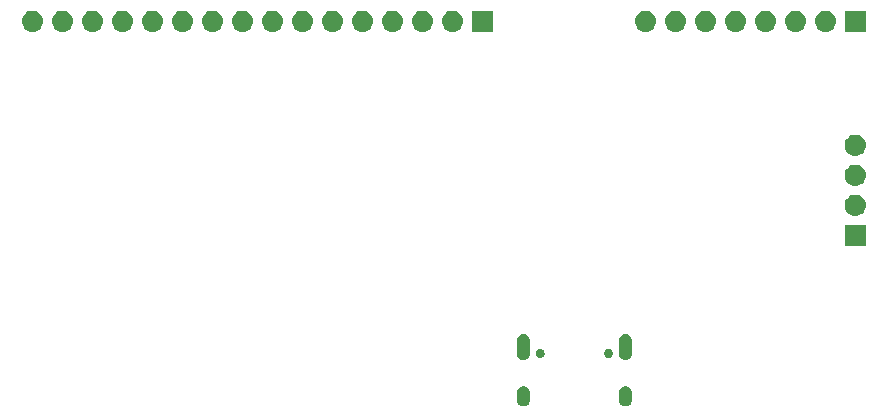
<source format=gbr>
G04 #@! TF.GenerationSoftware,KiCad,Pcbnew,(5.1.4)-1*
G04 #@! TF.CreationDate,2019-10-31T16:14:05-07:00*
G04 #@! TF.ProjectId,controller,636f6e74-726f-46c6-9c65-722e6b696361,rev?*
G04 #@! TF.SameCoordinates,Original*
G04 #@! TF.FileFunction,Soldermask,Bot*
G04 #@! TF.FilePolarity,Negative*
%FSLAX46Y46*%
G04 Gerber Fmt 4.6, Leading zero omitted, Abs format (unit mm)*
G04 Created by KiCad (PCBNEW (5.1.4)-1) date 2019-10-31 16:14:05*
%MOMM*%
%LPD*%
G04 APERTURE LIST*
%ADD10C,0.100000*%
G04 APERTURE END LIST*
D10*
G36*
X135396764Y-107904223D02*
G01*
X135500628Y-107935729D01*
X135544657Y-107959263D01*
X135596349Y-107986893D01*
X135596351Y-107986894D01*
X135596350Y-107986894D01*
X135680251Y-108055749D01*
X135749106Y-108139650D01*
X135800271Y-108235371D01*
X135831777Y-108339235D01*
X135839750Y-108420183D01*
X135839750Y-109074317D01*
X135831777Y-109155265D01*
X135800271Y-109259129D01*
X135800269Y-109259132D01*
X135749107Y-109354850D01*
X135680251Y-109438751D01*
X135596350Y-109507607D01*
X135527805Y-109544245D01*
X135500629Y-109558771D01*
X135396765Y-109590277D01*
X135288750Y-109600916D01*
X135180736Y-109590277D01*
X135076872Y-109558771D01*
X135049696Y-109544245D01*
X134981151Y-109507607D01*
X134897250Y-109438751D01*
X134828395Y-109354851D01*
X134777230Y-109259129D01*
X134745723Y-109155265D01*
X134737750Y-109074317D01*
X134737750Y-108420184D01*
X134745723Y-108339236D01*
X134777229Y-108235372D01*
X134828394Y-108139650D01*
X134897249Y-108055749D01*
X134981150Y-107986894D01*
X134981149Y-107986894D01*
X134981151Y-107986893D01*
X135032843Y-107959263D01*
X135076871Y-107935729D01*
X135180735Y-107904223D01*
X135288750Y-107893584D01*
X135396764Y-107904223D01*
X135396764Y-107904223D01*
G37*
G36*
X126756764Y-107904223D02*
G01*
X126860628Y-107935729D01*
X126904657Y-107959263D01*
X126956349Y-107986893D01*
X126956351Y-107986894D01*
X126956350Y-107986894D01*
X127040251Y-108055749D01*
X127109106Y-108139650D01*
X127160271Y-108235371D01*
X127191777Y-108339235D01*
X127199750Y-108420183D01*
X127199750Y-109074317D01*
X127191777Y-109155265D01*
X127160271Y-109259129D01*
X127160269Y-109259132D01*
X127109107Y-109354850D01*
X127040251Y-109438751D01*
X126956350Y-109507607D01*
X126887805Y-109544245D01*
X126860629Y-109558771D01*
X126756765Y-109590277D01*
X126648750Y-109600916D01*
X126540736Y-109590277D01*
X126436872Y-109558771D01*
X126409696Y-109544245D01*
X126341151Y-109507607D01*
X126257250Y-109438751D01*
X126188395Y-109354851D01*
X126137230Y-109259129D01*
X126105723Y-109155265D01*
X126097750Y-109074317D01*
X126097750Y-108420184D01*
X126105723Y-108339236D01*
X126137229Y-108235372D01*
X126188394Y-108139650D01*
X126257249Y-108055749D01*
X126341150Y-107986894D01*
X126341149Y-107986894D01*
X126341151Y-107986893D01*
X126392843Y-107959263D01*
X126436871Y-107935729D01*
X126540735Y-107904223D01*
X126648750Y-107893584D01*
X126756764Y-107904223D01*
X126756764Y-107904223D01*
G37*
G36*
X126756764Y-103474223D02*
G01*
X126860628Y-103505729D01*
X126904657Y-103529263D01*
X126956349Y-103556893D01*
X126956351Y-103556894D01*
X126956350Y-103556894D01*
X127040251Y-103625749D01*
X127109106Y-103709650D01*
X127160271Y-103805371D01*
X127191777Y-103909235D01*
X127199750Y-103990183D01*
X127199750Y-105144317D01*
X127191777Y-105225265D01*
X127160271Y-105329129D01*
X127156098Y-105336936D01*
X127109107Y-105424850D01*
X127040251Y-105508751D01*
X126956350Y-105577607D01*
X126887805Y-105614245D01*
X126860629Y-105628771D01*
X126756765Y-105660277D01*
X126648750Y-105670916D01*
X126540736Y-105660277D01*
X126436872Y-105628771D01*
X126409696Y-105614245D01*
X126341151Y-105577607D01*
X126257250Y-105508751D01*
X126188394Y-105424850D01*
X126141403Y-105336936D01*
X126137230Y-105329129D01*
X126105724Y-105225265D01*
X126097751Y-105144317D01*
X126097750Y-103990184D01*
X126105723Y-103909236D01*
X126137229Y-103805372D01*
X126188394Y-103709650D01*
X126257249Y-103625749D01*
X126341150Y-103556894D01*
X126341149Y-103556894D01*
X126341151Y-103556893D01*
X126392843Y-103529263D01*
X126436871Y-103505729D01*
X126540735Y-103474223D01*
X126648750Y-103463584D01*
X126756764Y-103474223D01*
X126756764Y-103474223D01*
G37*
G36*
X135396764Y-103474223D02*
G01*
X135500628Y-103505729D01*
X135544657Y-103529263D01*
X135596349Y-103556893D01*
X135596351Y-103556894D01*
X135596350Y-103556894D01*
X135680251Y-103625749D01*
X135749106Y-103709650D01*
X135800271Y-103805371D01*
X135831777Y-103909235D01*
X135839750Y-103990183D01*
X135839750Y-105144317D01*
X135831777Y-105225265D01*
X135800271Y-105329129D01*
X135796098Y-105336936D01*
X135749107Y-105424850D01*
X135680251Y-105508751D01*
X135596350Y-105577607D01*
X135527805Y-105614245D01*
X135500629Y-105628771D01*
X135396765Y-105660277D01*
X135288750Y-105670916D01*
X135180736Y-105660277D01*
X135076872Y-105628771D01*
X135049696Y-105614245D01*
X134981151Y-105577607D01*
X134897250Y-105508751D01*
X134828394Y-105424850D01*
X134781403Y-105336936D01*
X134777230Y-105329129D01*
X134745724Y-105225265D01*
X134737751Y-105144317D01*
X134737750Y-103990184D01*
X134745723Y-103909236D01*
X134777229Y-103805372D01*
X134828394Y-103709650D01*
X134897249Y-103625749D01*
X134981150Y-103556894D01*
X134981149Y-103556894D01*
X134981151Y-103556893D01*
X135032843Y-103529263D01*
X135076871Y-103505729D01*
X135180735Y-103474223D01*
X135288750Y-103463584D01*
X135396764Y-103474223D01*
X135396764Y-103474223D01*
G37*
G36*
X133968422Y-104735699D02*
G01*
X133968424Y-104735700D01*
X133968425Y-104735700D01*
X134036853Y-104764043D01*
X134098436Y-104805192D01*
X134150808Y-104857564D01*
X134191957Y-104919147D01*
X134220300Y-104987575D01*
X134234750Y-105060217D01*
X134234750Y-105134283D01*
X134220300Y-105206925D01*
X134191957Y-105275353D01*
X134150808Y-105336936D01*
X134098436Y-105389308D01*
X134036853Y-105430457D01*
X133968425Y-105458800D01*
X133968424Y-105458800D01*
X133968422Y-105458801D01*
X133895784Y-105473250D01*
X133821716Y-105473250D01*
X133749078Y-105458801D01*
X133749076Y-105458800D01*
X133749075Y-105458800D01*
X133680647Y-105430457D01*
X133619064Y-105389308D01*
X133566692Y-105336936D01*
X133525543Y-105275353D01*
X133497200Y-105206925D01*
X133482750Y-105134283D01*
X133482750Y-105060217D01*
X133497200Y-104987575D01*
X133525543Y-104919147D01*
X133566692Y-104857564D01*
X133619064Y-104805192D01*
X133680647Y-104764043D01*
X133749075Y-104735700D01*
X133749076Y-104735700D01*
X133749078Y-104735699D01*
X133821716Y-104721250D01*
X133895784Y-104721250D01*
X133968422Y-104735699D01*
X133968422Y-104735699D01*
G37*
G36*
X128188422Y-104735699D02*
G01*
X128188424Y-104735700D01*
X128188425Y-104735700D01*
X128256853Y-104764043D01*
X128318436Y-104805192D01*
X128370808Y-104857564D01*
X128411957Y-104919147D01*
X128440300Y-104987575D01*
X128454750Y-105060217D01*
X128454750Y-105134283D01*
X128440300Y-105206925D01*
X128411957Y-105275353D01*
X128370808Y-105336936D01*
X128318436Y-105389308D01*
X128256853Y-105430457D01*
X128188425Y-105458800D01*
X128188424Y-105458800D01*
X128188422Y-105458801D01*
X128115784Y-105473250D01*
X128041716Y-105473250D01*
X127969078Y-105458801D01*
X127969076Y-105458800D01*
X127969075Y-105458800D01*
X127900647Y-105430457D01*
X127839064Y-105389308D01*
X127786692Y-105336936D01*
X127745543Y-105275353D01*
X127717200Y-105206925D01*
X127702750Y-105134283D01*
X127702750Y-105060217D01*
X127717200Y-104987575D01*
X127745543Y-104919147D01*
X127786692Y-104857564D01*
X127839064Y-104805192D01*
X127900647Y-104764043D01*
X127969075Y-104735700D01*
X127969076Y-104735700D01*
X127969078Y-104735699D01*
X128041716Y-104721250D01*
X128115784Y-104721250D01*
X128188422Y-104735699D01*
X128188422Y-104735699D01*
G37*
G36*
X155665202Y-96001375D02*
G01*
X153863202Y-96001375D01*
X153863202Y-94199375D01*
X155665202Y-94199375D01*
X155665202Y-96001375D01*
X155665202Y-96001375D01*
G37*
G36*
X154874645Y-91665894D02*
G01*
X154940829Y-91672412D01*
X155110668Y-91723932D01*
X155267193Y-91807597D01*
X155302931Y-91836927D01*
X155404388Y-91920189D01*
X155487650Y-92021646D01*
X155516980Y-92057384D01*
X155600645Y-92213909D01*
X155652165Y-92383748D01*
X155669561Y-92560375D01*
X155652165Y-92737002D01*
X155600645Y-92906841D01*
X155516980Y-93063366D01*
X155487650Y-93099104D01*
X155404388Y-93200561D01*
X155302931Y-93283823D01*
X155267193Y-93313153D01*
X155110668Y-93396818D01*
X154940829Y-93448338D01*
X154874644Y-93454857D01*
X154808462Y-93461375D01*
X154719942Y-93461375D01*
X154653760Y-93454857D01*
X154587575Y-93448338D01*
X154417736Y-93396818D01*
X154261211Y-93313153D01*
X154225473Y-93283823D01*
X154124016Y-93200561D01*
X154040754Y-93099104D01*
X154011424Y-93063366D01*
X153927759Y-92906841D01*
X153876239Y-92737002D01*
X153858843Y-92560375D01*
X153876239Y-92383748D01*
X153927759Y-92213909D01*
X154011424Y-92057384D01*
X154040754Y-92021646D01*
X154124016Y-91920189D01*
X154225473Y-91836927D01*
X154261211Y-91807597D01*
X154417736Y-91723932D01*
X154587575Y-91672412D01*
X154653760Y-91665893D01*
X154719942Y-91659375D01*
X154808462Y-91659375D01*
X154874645Y-91665894D01*
X154874645Y-91665894D01*
G37*
G36*
X154874645Y-89125894D02*
G01*
X154940829Y-89132412D01*
X155110668Y-89183932D01*
X155267193Y-89267597D01*
X155302931Y-89296927D01*
X155404388Y-89380189D01*
X155487650Y-89481646D01*
X155516980Y-89517384D01*
X155600645Y-89673909D01*
X155652165Y-89843748D01*
X155669561Y-90020375D01*
X155652165Y-90197002D01*
X155600645Y-90366841D01*
X155516980Y-90523366D01*
X155487650Y-90559104D01*
X155404388Y-90660561D01*
X155302931Y-90743823D01*
X155267193Y-90773153D01*
X155110668Y-90856818D01*
X154940829Y-90908338D01*
X154874645Y-90914856D01*
X154808462Y-90921375D01*
X154719942Y-90921375D01*
X154653759Y-90914856D01*
X154587575Y-90908338D01*
X154417736Y-90856818D01*
X154261211Y-90773153D01*
X154225473Y-90743823D01*
X154124016Y-90660561D01*
X154040754Y-90559104D01*
X154011424Y-90523366D01*
X153927759Y-90366841D01*
X153876239Y-90197002D01*
X153858843Y-90020375D01*
X153876239Y-89843748D01*
X153927759Y-89673909D01*
X154011424Y-89517384D01*
X154040754Y-89481646D01*
X154124016Y-89380189D01*
X154225473Y-89296927D01*
X154261211Y-89267597D01*
X154417736Y-89183932D01*
X154587575Y-89132412D01*
X154653759Y-89125894D01*
X154719942Y-89119375D01*
X154808462Y-89119375D01*
X154874645Y-89125894D01*
X154874645Y-89125894D01*
G37*
G36*
X154874644Y-86585893D02*
G01*
X154940829Y-86592412D01*
X155110668Y-86643932D01*
X155267193Y-86727597D01*
X155302931Y-86756927D01*
X155404388Y-86840189D01*
X155487650Y-86941646D01*
X155516980Y-86977384D01*
X155600645Y-87133909D01*
X155652165Y-87303748D01*
X155669561Y-87480375D01*
X155652165Y-87657002D01*
X155600645Y-87826841D01*
X155516980Y-87983366D01*
X155487650Y-88019104D01*
X155404388Y-88120561D01*
X155302931Y-88203823D01*
X155267193Y-88233153D01*
X155110668Y-88316818D01*
X154940829Y-88368338D01*
X154874644Y-88374857D01*
X154808462Y-88381375D01*
X154719942Y-88381375D01*
X154653760Y-88374857D01*
X154587575Y-88368338D01*
X154417736Y-88316818D01*
X154261211Y-88233153D01*
X154225473Y-88203823D01*
X154124016Y-88120561D01*
X154040754Y-88019104D01*
X154011424Y-87983366D01*
X153927759Y-87826841D01*
X153876239Y-87657002D01*
X153858843Y-87480375D01*
X153876239Y-87303748D01*
X153927759Y-87133909D01*
X154011424Y-86977384D01*
X154040754Y-86941646D01*
X154124016Y-86840189D01*
X154225473Y-86756927D01*
X154261211Y-86727597D01*
X154417736Y-86643932D01*
X154587575Y-86592412D01*
X154653760Y-86585893D01*
X154719942Y-86579375D01*
X154808462Y-86579375D01*
X154874644Y-86585893D01*
X154874644Y-86585893D01*
G37*
G36*
X87740442Y-76099268D02*
G01*
X87806627Y-76105787D01*
X87976466Y-76157307D01*
X88132991Y-76240972D01*
X88168729Y-76270302D01*
X88270186Y-76353564D01*
X88353448Y-76455021D01*
X88382778Y-76490759D01*
X88466443Y-76647284D01*
X88517963Y-76817123D01*
X88535359Y-76993750D01*
X88517963Y-77170377D01*
X88466443Y-77340216D01*
X88382778Y-77496741D01*
X88353448Y-77532479D01*
X88270186Y-77633936D01*
X88168729Y-77717198D01*
X88132991Y-77746528D01*
X87976466Y-77830193D01*
X87806627Y-77881713D01*
X87740443Y-77888231D01*
X87674260Y-77894750D01*
X87585740Y-77894750D01*
X87519557Y-77888231D01*
X87453373Y-77881713D01*
X87283534Y-77830193D01*
X87127009Y-77746528D01*
X87091271Y-77717198D01*
X86989814Y-77633936D01*
X86906552Y-77532479D01*
X86877222Y-77496741D01*
X86793557Y-77340216D01*
X86742037Y-77170377D01*
X86724641Y-76993750D01*
X86742037Y-76817123D01*
X86793557Y-76647284D01*
X86877222Y-76490759D01*
X86906552Y-76455021D01*
X86989814Y-76353564D01*
X87091271Y-76270302D01*
X87127009Y-76240972D01*
X87283534Y-76157307D01*
X87453373Y-76105787D01*
X87519558Y-76099268D01*
X87585740Y-76092750D01*
X87674260Y-76092750D01*
X87740442Y-76099268D01*
X87740442Y-76099268D01*
G37*
G36*
X85200442Y-76099268D02*
G01*
X85266627Y-76105787D01*
X85436466Y-76157307D01*
X85592991Y-76240972D01*
X85628729Y-76270302D01*
X85730186Y-76353564D01*
X85813448Y-76455021D01*
X85842778Y-76490759D01*
X85926443Y-76647284D01*
X85977963Y-76817123D01*
X85995359Y-76993750D01*
X85977963Y-77170377D01*
X85926443Y-77340216D01*
X85842778Y-77496741D01*
X85813448Y-77532479D01*
X85730186Y-77633936D01*
X85628729Y-77717198D01*
X85592991Y-77746528D01*
X85436466Y-77830193D01*
X85266627Y-77881713D01*
X85200443Y-77888231D01*
X85134260Y-77894750D01*
X85045740Y-77894750D01*
X84979557Y-77888231D01*
X84913373Y-77881713D01*
X84743534Y-77830193D01*
X84587009Y-77746528D01*
X84551271Y-77717198D01*
X84449814Y-77633936D01*
X84366552Y-77532479D01*
X84337222Y-77496741D01*
X84253557Y-77340216D01*
X84202037Y-77170377D01*
X84184641Y-76993750D01*
X84202037Y-76817123D01*
X84253557Y-76647284D01*
X84337222Y-76490759D01*
X84366552Y-76455021D01*
X84449814Y-76353564D01*
X84551271Y-76270302D01*
X84587009Y-76240972D01*
X84743534Y-76157307D01*
X84913373Y-76105787D01*
X84979558Y-76099268D01*
X85045740Y-76092750D01*
X85134260Y-76092750D01*
X85200442Y-76099268D01*
X85200442Y-76099268D01*
G37*
G36*
X124091000Y-77894750D02*
G01*
X122289000Y-77894750D01*
X122289000Y-76092750D01*
X124091000Y-76092750D01*
X124091000Y-77894750D01*
X124091000Y-77894750D01*
G37*
G36*
X137111692Y-76099268D02*
G01*
X137177877Y-76105787D01*
X137347716Y-76157307D01*
X137504241Y-76240972D01*
X137539979Y-76270302D01*
X137641436Y-76353564D01*
X137724698Y-76455021D01*
X137754028Y-76490759D01*
X137837693Y-76647284D01*
X137889213Y-76817123D01*
X137906609Y-76993750D01*
X137889213Y-77170377D01*
X137837693Y-77340216D01*
X137754028Y-77496741D01*
X137724698Y-77532479D01*
X137641436Y-77633936D01*
X137539979Y-77717198D01*
X137504241Y-77746528D01*
X137347716Y-77830193D01*
X137177877Y-77881713D01*
X137111693Y-77888231D01*
X137045510Y-77894750D01*
X136956990Y-77894750D01*
X136890807Y-77888231D01*
X136824623Y-77881713D01*
X136654784Y-77830193D01*
X136498259Y-77746528D01*
X136462521Y-77717198D01*
X136361064Y-77633936D01*
X136277802Y-77532479D01*
X136248472Y-77496741D01*
X136164807Y-77340216D01*
X136113287Y-77170377D01*
X136095891Y-76993750D01*
X136113287Y-76817123D01*
X136164807Y-76647284D01*
X136248472Y-76490759D01*
X136277802Y-76455021D01*
X136361064Y-76353564D01*
X136462521Y-76270302D01*
X136498259Y-76240972D01*
X136654784Y-76157307D01*
X136824623Y-76105787D01*
X136890808Y-76099268D01*
X136956990Y-76092750D01*
X137045510Y-76092750D01*
X137111692Y-76099268D01*
X137111692Y-76099268D01*
G37*
G36*
X139651692Y-76099268D02*
G01*
X139717877Y-76105787D01*
X139887716Y-76157307D01*
X140044241Y-76240972D01*
X140079979Y-76270302D01*
X140181436Y-76353564D01*
X140264698Y-76455021D01*
X140294028Y-76490759D01*
X140377693Y-76647284D01*
X140429213Y-76817123D01*
X140446609Y-76993750D01*
X140429213Y-77170377D01*
X140377693Y-77340216D01*
X140294028Y-77496741D01*
X140264698Y-77532479D01*
X140181436Y-77633936D01*
X140079979Y-77717198D01*
X140044241Y-77746528D01*
X139887716Y-77830193D01*
X139717877Y-77881713D01*
X139651693Y-77888231D01*
X139585510Y-77894750D01*
X139496990Y-77894750D01*
X139430807Y-77888231D01*
X139364623Y-77881713D01*
X139194784Y-77830193D01*
X139038259Y-77746528D01*
X139002521Y-77717198D01*
X138901064Y-77633936D01*
X138817802Y-77532479D01*
X138788472Y-77496741D01*
X138704807Y-77340216D01*
X138653287Y-77170377D01*
X138635891Y-76993750D01*
X138653287Y-76817123D01*
X138704807Y-76647284D01*
X138788472Y-76490759D01*
X138817802Y-76455021D01*
X138901064Y-76353564D01*
X139002521Y-76270302D01*
X139038259Y-76240972D01*
X139194784Y-76157307D01*
X139364623Y-76105787D01*
X139430808Y-76099268D01*
X139496990Y-76092750D01*
X139585510Y-76092750D01*
X139651692Y-76099268D01*
X139651692Y-76099268D01*
G37*
G36*
X142191692Y-76099268D02*
G01*
X142257877Y-76105787D01*
X142427716Y-76157307D01*
X142584241Y-76240972D01*
X142619979Y-76270302D01*
X142721436Y-76353564D01*
X142804698Y-76455021D01*
X142834028Y-76490759D01*
X142917693Y-76647284D01*
X142969213Y-76817123D01*
X142986609Y-76993750D01*
X142969213Y-77170377D01*
X142917693Y-77340216D01*
X142834028Y-77496741D01*
X142804698Y-77532479D01*
X142721436Y-77633936D01*
X142619979Y-77717198D01*
X142584241Y-77746528D01*
X142427716Y-77830193D01*
X142257877Y-77881713D01*
X142191693Y-77888231D01*
X142125510Y-77894750D01*
X142036990Y-77894750D01*
X141970807Y-77888231D01*
X141904623Y-77881713D01*
X141734784Y-77830193D01*
X141578259Y-77746528D01*
X141542521Y-77717198D01*
X141441064Y-77633936D01*
X141357802Y-77532479D01*
X141328472Y-77496741D01*
X141244807Y-77340216D01*
X141193287Y-77170377D01*
X141175891Y-76993750D01*
X141193287Y-76817123D01*
X141244807Y-76647284D01*
X141328472Y-76490759D01*
X141357802Y-76455021D01*
X141441064Y-76353564D01*
X141542521Y-76270302D01*
X141578259Y-76240972D01*
X141734784Y-76157307D01*
X141904623Y-76105787D01*
X141970808Y-76099268D01*
X142036990Y-76092750D01*
X142125510Y-76092750D01*
X142191692Y-76099268D01*
X142191692Y-76099268D01*
G37*
G36*
X144731692Y-76099268D02*
G01*
X144797877Y-76105787D01*
X144967716Y-76157307D01*
X145124241Y-76240972D01*
X145159979Y-76270302D01*
X145261436Y-76353564D01*
X145344698Y-76455021D01*
X145374028Y-76490759D01*
X145457693Y-76647284D01*
X145509213Y-76817123D01*
X145526609Y-76993750D01*
X145509213Y-77170377D01*
X145457693Y-77340216D01*
X145374028Y-77496741D01*
X145344698Y-77532479D01*
X145261436Y-77633936D01*
X145159979Y-77717198D01*
X145124241Y-77746528D01*
X144967716Y-77830193D01*
X144797877Y-77881713D01*
X144731693Y-77888231D01*
X144665510Y-77894750D01*
X144576990Y-77894750D01*
X144510807Y-77888231D01*
X144444623Y-77881713D01*
X144274784Y-77830193D01*
X144118259Y-77746528D01*
X144082521Y-77717198D01*
X143981064Y-77633936D01*
X143897802Y-77532479D01*
X143868472Y-77496741D01*
X143784807Y-77340216D01*
X143733287Y-77170377D01*
X143715891Y-76993750D01*
X143733287Y-76817123D01*
X143784807Y-76647284D01*
X143868472Y-76490759D01*
X143897802Y-76455021D01*
X143981064Y-76353564D01*
X144082521Y-76270302D01*
X144118259Y-76240972D01*
X144274784Y-76157307D01*
X144444623Y-76105787D01*
X144510808Y-76099268D01*
X144576990Y-76092750D01*
X144665510Y-76092750D01*
X144731692Y-76099268D01*
X144731692Y-76099268D01*
G37*
G36*
X147271692Y-76099268D02*
G01*
X147337877Y-76105787D01*
X147507716Y-76157307D01*
X147664241Y-76240972D01*
X147699979Y-76270302D01*
X147801436Y-76353564D01*
X147884698Y-76455021D01*
X147914028Y-76490759D01*
X147997693Y-76647284D01*
X148049213Y-76817123D01*
X148066609Y-76993750D01*
X148049213Y-77170377D01*
X147997693Y-77340216D01*
X147914028Y-77496741D01*
X147884698Y-77532479D01*
X147801436Y-77633936D01*
X147699979Y-77717198D01*
X147664241Y-77746528D01*
X147507716Y-77830193D01*
X147337877Y-77881713D01*
X147271693Y-77888231D01*
X147205510Y-77894750D01*
X147116990Y-77894750D01*
X147050807Y-77888231D01*
X146984623Y-77881713D01*
X146814784Y-77830193D01*
X146658259Y-77746528D01*
X146622521Y-77717198D01*
X146521064Y-77633936D01*
X146437802Y-77532479D01*
X146408472Y-77496741D01*
X146324807Y-77340216D01*
X146273287Y-77170377D01*
X146255891Y-76993750D01*
X146273287Y-76817123D01*
X146324807Y-76647284D01*
X146408472Y-76490759D01*
X146437802Y-76455021D01*
X146521064Y-76353564D01*
X146622521Y-76270302D01*
X146658259Y-76240972D01*
X146814784Y-76157307D01*
X146984623Y-76105787D01*
X147050808Y-76099268D01*
X147116990Y-76092750D01*
X147205510Y-76092750D01*
X147271692Y-76099268D01*
X147271692Y-76099268D01*
G37*
G36*
X149811692Y-76099268D02*
G01*
X149877877Y-76105787D01*
X150047716Y-76157307D01*
X150204241Y-76240972D01*
X150239979Y-76270302D01*
X150341436Y-76353564D01*
X150424698Y-76455021D01*
X150454028Y-76490759D01*
X150537693Y-76647284D01*
X150589213Y-76817123D01*
X150606609Y-76993750D01*
X150589213Y-77170377D01*
X150537693Y-77340216D01*
X150454028Y-77496741D01*
X150424698Y-77532479D01*
X150341436Y-77633936D01*
X150239979Y-77717198D01*
X150204241Y-77746528D01*
X150047716Y-77830193D01*
X149877877Y-77881713D01*
X149811693Y-77888231D01*
X149745510Y-77894750D01*
X149656990Y-77894750D01*
X149590807Y-77888231D01*
X149524623Y-77881713D01*
X149354784Y-77830193D01*
X149198259Y-77746528D01*
X149162521Y-77717198D01*
X149061064Y-77633936D01*
X148977802Y-77532479D01*
X148948472Y-77496741D01*
X148864807Y-77340216D01*
X148813287Y-77170377D01*
X148795891Y-76993750D01*
X148813287Y-76817123D01*
X148864807Y-76647284D01*
X148948472Y-76490759D01*
X148977802Y-76455021D01*
X149061064Y-76353564D01*
X149162521Y-76270302D01*
X149198259Y-76240972D01*
X149354784Y-76157307D01*
X149524623Y-76105787D01*
X149590808Y-76099268D01*
X149656990Y-76092750D01*
X149745510Y-76092750D01*
X149811692Y-76099268D01*
X149811692Y-76099268D01*
G37*
G36*
X152351692Y-76099268D02*
G01*
X152417877Y-76105787D01*
X152587716Y-76157307D01*
X152744241Y-76240972D01*
X152779979Y-76270302D01*
X152881436Y-76353564D01*
X152964698Y-76455021D01*
X152994028Y-76490759D01*
X153077693Y-76647284D01*
X153129213Y-76817123D01*
X153146609Y-76993750D01*
X153129213Y-77170377D01*
X153077693Y-77340216D01*
X152994028Y-77496741D01*
X152964698Y-77532479D01*
X152881436Y-77633936D01*
X152779979Y-77717198D01*
X152744241Y-77746528D01*
X152587716Y-77830193D01*
X152417877Y-77881713D01*
X152351693Y-77888231D01*
X152285510Y-77894750D01*
X152196990Y-77894750D01*
X152130807Y-77888231D01*
X152064623Y-77881713D01*
X151894784Y-77830193D01*
X151738259Y-77746528D01*
X151702521Y-77717198D01*
X151601064Y-77633936D01*
X151517802Y-77532479D01*
X151488472Y-77496741D01*
X151404807Y-77340216D01*
X151353287Y-77170377D01*
X151335891Y-76993750D01*
X151353287Y-76817123D01*
X151404807Y-76647284D01*
X151488472Y-76490759D01*
X151517802Y-76455021D01*
X151601064Y-76353564D01*
X151702521Y-76270302D01*
X151738259Y-76240972D01*
X151894784Y-76157307D01*
X152064623Y-76105787D01*
X152130808Y-76099268D01*
X152196990Y-76092750D01*
X152285510Y-76092750D01*
X152351692Y-76099268D01*
X152351692Y-76099268D01*
G37*
G36*
X155682250Y-77894750D02*
G01*
X153880250Y-77894750D01*
X153880250Y-76092750D01*
X155682250Y-76092750D01*
X155682250Y-77894750D01*
X155682250Y-77894750D01*
G37*
G36*
X90280442Y-76099268D02*
G01*
X90346627Y-76105787D01*
X90516466Y-76157307D01*
X90672991Y-76240972D01*
X90708729Y-76270302D01*
X90810186Y-76353564D01*
X90893448Y-76455021D01*
X90922778Y-76490759D01*
X91006443Y-76647284D01*
X91057963Y-76817123D01*
X91075359Y-76993750D01*
X91057963Y-77170377D01*
X91006443Y-77340216D01*
X90922778Y-77496741D01*
X90893448Y-77532479D01*
X90810186Y-77633936D01*
X90708729Y-77717198D01*
X90672991Y-77746528D01*
X90516466Y-77830193D01*
X90346627Y-77881713D01*
X90280443Y-77888231D01*
X90214260Y-77894750D01*
X90125740Y-77894750D01*
X90059557Y-77888231D01*
X89993373Y-77881713D01*
X89823534Y-77830193D01*
X89667009Y-77746528D01*
X89631271Y-77717198D01*
X89529814Y-77633936D01*
X89446552Y-77532479D01*
X89417222Y-77496741D01*
X89333557Y-77340216D01*
X89282037Y-77170377D01*
X89264641Y-76993750D01*
X89282037Y-76817123D01*
X89333557Y-76647284D01*
X89417222Y-76490759D01*
X89446552Y-76455021D01*
X89529814Y-76353564D01*
X89631271Y-76270302D01*
X89667009Y-76240972D01*
X89823534Y-76157307D01*
X89993373Y-76105787D01*
X90059558Y-76099268D01*
X90125740Y-76092750D01*
X90214260Y-76092750D01*
X90280442Y-76099268D01*
X90280442Y-76099268D01*
G37*
G36*
X118220442Y-76099268D02*
G01*
X118286627Y-76105787D01*
X118456466Y-76157307D01*
X118612991Y-76240972D01*
X118648729Y-76270302D01*
X118750186Y-76353564D01*
X118833448Y-76455021D01*
X118862778Y-76490759D01*
X118946443Y-76647284D01*
X118997963Y-76817123D01*
X119015359Y-76993750D01*
X118997963Y-77170377D01*
X118946443Y-77340216D01*
X118862778Y-77496741D01*
X118833448Y-77532479D01*
X118750186Y-77633936D01*
X118648729Y-77717198D01*
X118612991Y-77746528D01*
X118456466Y-77830193D01*
X118286627Y-77881713D01*
X118220443Y-77888231D01*
X118154260Y-77894750D01*
X118065740Y-77894750D01*
X117999557Y-77888231D01*
X117933373Y-77881713D01*
X117763534Y-77830193D01*
X117607009Y-77746528D01*
X117571271Y-77717198D01*
X117469814Y-77633936D01*
X117386552Y-77532479D01*
X117357222Y-77496741D01*
X117273557Y-77340216D01*
X117222037Y-77170377D01*
X117204641Y-76993750D01*
X117222037Y-76817123D01*
X117273557Y-76647284D01*
X117357222Y-76490759D01*
X117386552Y-76455021D01*
X117469814Y-76353564D01*
X117571271Y-76270302D01*
X117607009Y-76240972D01*
X117763534Y-76157307D01*
X117933373Y-76105787D01*
X117999558Y-76099268D01*
X118065740Y-76092750D01*
X118154260Y-76092750D01*
X118220442Y-76099268D01*
X118220442Y-76099268D01*
G37*
G36*
X115680442Y-76099268D02*
G01*
X115746627Y-76105787D01*
X115916466Y-76157307D01*
X116072991Y-76240972D01*
X116108729Y-76270302D01*
X116210186Y-76353564D01*
X116293448Y-76455021D01*
X116322778Y-76490759D01*
X116406443Y-76647284D01*
X116457963Y-76817123D01*
X116475359Y-76993750D01*
X116457963Y-77170377D01*
X116406443Y-77340216D01*
X116322778Y-77496741D01*
X116293448Y-77532479D01*
X116210186Y-77633936D01*
X116108729Y-77717198D01*
X116072991Y-77746528D01*
X115916466Y-77830193D01*
X115746627Y-77881713D01*
X115680443Y-77888231D01*
X115614260Y-77894750D01*
X115525740Y-77894750D01*
X115459557Y-77888231D01*
X115393373Y-77881713D01*
X115223534Y-77830193D01*
X115067009Y-77746528D01*
X115031271Y-77717198D01*
X114929814Y-77633936D01*
X114846552Y-77532479D01*
X114817222Y-77496741D01*
X114733557Y-77340216D01*
X114682037Y-77170377D01*
X114664641Y-76993750D01*
X114682037Y-76817123D01*
X114733557Y-76647284D01*
X114817222Y-76490759D01*
X114846552Y-76455021D01*
X114929814Y-76353564D01*
X115031271Y-76270302D01*
X115067009Y-76240972D01*
X115223534Y-76157307D01*
X115393373Y-76105787D01*
X115459558Y-76099268D01*
X115525740Y-76092750D01*
X115614260Y-76092750D01*
X115680442Y-76099268D01*
X115680442Y-76099268D01*
G37*
G36*
X113140442Y-76099268D02*
G01*
X113206627Y-76105787D01*
X113376466Y-76157307D01*
X113532991Y-76240972D01*
X113568729Y-76270302D01*
X113670186Y-76353564D01*
X113753448Y-76455021D01*
X113782778Y-76490759D01*
X113866443Y-76647284D01*
X113917963Y-76817123D01*
X113935359Y-76993750D01*
X113917963Y-77170377D01*
X113866443Y-77340216D01*
X113782778Y-77496741D01*
X113753448Y-77532479D01*
X113670186Y-77633936D01*
X113568729Y-77717198D01*
X113532991Y-77746528D01*
X113376466Y-77830193D01*
X113206627Y-77881713D01*
X113140443Y-77888231D01*
X113074260Y-77894750D01*
X112985740Y-77894750D01*
X112919557Y-77888231D01*
X112853373Y-77881713D01*
X112683534Y-77830193D01*
X112527009Y-77746528D01*
X112491271Y-77717198D01*
X112389814Y-77633936D01*
X112306552Y-77532479D01*
X112277222Y-77496741D01*
X112193557Y-77340216D01*
X112142037Y-77170377D01*
X112124641Y-76993750D01*
X112142037Y-76817123D01*
X112193557Y-76647284D01*
X112277222Y-76490759D01*
X112306552Y-76455021D01*
X112389814Y-76353564D01*
X112491271Y-76270302D01*
X112527009Y-76240972D01*
X112683534Y-76157307D01*
X112853373Y-76105787D01*
X112919558Y-76099268D01*
X112985740Y-76092750D01*
X113074260Y-76092750D01*
X113140442Y-76099268D01*
X113140442Y-76099268D01*
G37*
G36*
X110600442Y-76099268D02*
G01*
X110666627Y-76105787D01*
X110836466Y-76157307D01*
X110992991Y-76240972D01*
X111028729Y-76270302D01*
X111130186Y-76353564D01*
X111213448Y-76455021D01*
X111242778Y-76490759D01*
X111326443Y-76647284D01*
X111377963Y-76817123D01*
X111395359Y-76993750D01*
X111377963Y-77170377D01*
X111326443Y-77340216D01*
X111242778Y-77496741D01*
X111213448Y-77532479D01*
X111130186Y-77633936D01*
X111028729Y-77717198D01*
X110992991Y-77746528D01*
X110836466Y-77830193D01*
X110666627Y-77881713D01*
X110600443Y-77888231D01*
X110534260Y-77894750D01*
X110445740Y-77894750D01*
X110379557Y-77888231D01*
X110313373Y-77881713D01*
X110143534Y-77830193D01*
X109987009Y-77746528D01*
X109951271Y-77717198D01*
X109849814Y-77633936D01*
X109766552Y-77532479D01*
X109737222Y-77496741D01*
X109653557Y-77340216D01*
X109602037Y-77170377D01*
X109584641Y-76993750D01*
X109602037Y-76817123D01*
X109653557Y-76647284D01*
X109737222Y-76490759D01*
X109766552Y-76455021D01*
X109849814Y-76353564D01*
X109951271Y-76270302D01*
X109987009Y-76240972D01*
X110143534Y-76157307D01*
X110313373Y-76105787D01*
X110379558Y-76099268D01*
X110445740Y-76092750D01*
X110534260Y-76092750D01*
X110600442Y-76099268D01*
X110600442Y-76099268D01*
G37*
G36*
X108060442Y-76099268D02*
G01*
X108126627Y-76105787D01*
X108296466Y-76157307D01*
X108452991Y-76240972D01*
X108488729Y-76270302D01*
X108590186Y-76353564D01*
X108673448Y-76455021D01*
X108702778Y-76490759D01*
X108786443Y-76647284D01*
X108837963Y-76817123D01*
X108855359Y-76993750D01*
X108837963Y-77170377D01*
X108786443Y-77340216D01*
X108702778Y-77496741D01*
X108673448Y-77532479D01*
X108590186Y-77633936D01*
X108488729Y-77717198D01*
X108452991Y-77746528D01*
X108296466Y-77830193D01*
X108126627Y-77881713D01*
X108060443Y-77888231D01*
X107994260Y-77894750D01*
X107905740Y-77894750D01*
X107839557Y-77888231D01*
X107773373Y-77881713D01*
X107603534Y-77830193D01*
X107447009Y-77746528D01*
X107411271Y-77717198D01*
X107309814Y-77633936D01*
X107226552Y-77532479D01*
X107197222Y-77496741D01*
X107113557Y-77340216D01*
X107062037Y-77170377D01*
X107044641Y-76993750D01*
X107062037Y-76817123D01*
X107113557Y-76647284D01*
X107197222Y-76490759D01*
X107226552Y-76455021D01*
X107309814Y-76353564D01*
X107411271Y-76270302D01*
X107447009Y-76240972D01*
X107603534Y-76157307D01*
X107773373Y-76105787D01*
X107839558Y-76099268D01*
X107905740Y-76092750D01*
X107994260Y-76092750D01*
X108060442Y-76099268D01*
X108060442Y-76099268D01*
G37*
G36*
X105520442Y-76099268D02*
G01*
X105586627Y-76105787D01*
X105756466Y-76157307D01*
X105912991Y-76240972D01*
X105948729Y-76270302D01*
X106050186Y-76353564D01*
X106133448Y-76455021D01*
X106162778Y-76490759D01*
X106246443Y-76647284D01*
X106297963Y-76817123D01*
X106315359Y-76993750D01*
X106297963Y-77170377D01*
X106246443Y-77340216D01*
X106162778Y-77496741D01*
X106133448Y-77532479D01*
X106050186Y-77633936D01*
X105948729Y-77717198D01*
X105912991Y-77746528D01*
X105756466Y-77830193D01*
X105586627Y-77881713D01*
X105520443Y-77888231D01*
X105454260Y-77894750D01*
X105365740Y-77894750D01*
X105299557Y-77888231D01*
X105233373Y-77881713D01*
X105063534Y-77830193D01*
X104907009Y-77746528D01*
X104871271Y-77717198D01*
X104769814Y-77633936D01*
X104686552Y-77532479D01*
X104657222Y-77496741D01*
X104573557Y-77340216D01*
X104522037Y-77170377D01*
X104504641Y-76993750D01*
X104522037Y-76817123D01*
X104573557Y-76647284D01*
X104657222Y-76490759D01*
X104686552Y-76455021D01*
X104769814Y-76353564D01*
X104871271Y-76270302D01*
X104907009Y-76240972D01*
X105063534Y-76157307D01*
X105233373Y-76105787D01*
X105299558Y-76099268D01*
X105365740Y-76092750D01*
X105454260Y-76092750D01*
X105520442Y-76099268D01*
X105520442Y-76099268D01*
G37*
G36*
X102980442Y-76099268D02*
G01*
X103046627Y-76105787D01*
X103216466Y-76157307D01*
X103372991Y-76240972D01*
X103408729Y-76270302D01*
X103510186Y-76353564D01*
X103593448Y-76455021D01*
X103622778Y-76490759D01*
X103706443Y-76647284D01*
X103757963Y-76817123D01*
X103775359Y-76993750D01*
X103757963Y-77170377D01*
X103706443Y-77340216D01*
X103622778Y-77496741D01*
X103593448Y-77532479D01*
X103510186Y-77633936D01*
X103408729Y-77717198D01*
X103372991Y-77746528D01*
X103216466Y-77830193D01*
X103046627Y-77881713D01*
X102980443Y-77888231D01*
X102914260Y-77894750D01*
X102825740Y-77894750D01*
X102759557Y-77888231D01*
X102693373Y-77881713D01*
X102523534Y-77830193D01*
X102367009Y-77746528D01*
X102331271Y-77717198D01*
X102229814Y-77633936D01*
X102146552Y-77532479D01*
X102117222Y-77496741D01*
X102033557Y-77340216D01*
X101982037Y-77170377D01*
X101964641Y-76993750D01*
X101982037Y-76817123D01*
X102033557Y-76647284D01*
X102117222Y-76490759D01*
X102146552Y-76455021D01*
X102229814Y-76353564D01*
X102331271Y-76270302D01*
X102367009Y-76240972D01*
X102523534Y-76157307D01*
X102693373Y-76105787D01*
X102759558Y-76099268D01*
X102825740Y-76092750D01*
X102914260Y-76092750D01*
X102980442Y-76099268D01*
X102980442Y-76099268D01*
G37*
G36*
X100440442Y-76099268D02*
G01*
X100506627Y-76105787D01*
X100676466Y-76157307D01*
X100832991Y-76240972D01*
X100868729Y-76270302D01*
X100970186Y-76353564D01*
X101053448Y-76455021D01*
X101082778Y-76490759D01*
X101166443Y-76647284D01*
X101217963Y-76817123D01*
X101235359Y-76993750D01*
X101217963Y-77170377D01*
X101166443Y-77340216D01*
X101082778Y-77496741D01*
X101053448Y-77532479D01*
X100970186Y-77633936D01*
X100868729Y-77717198D01*
X100832991Y-77746528D01*
X100676466Y-77830193D01*
X100506627Y-77881713D01*
X100440443Y-77888231D01*
X100374260Y-77894750D01*
X100285740Y-77894750D01*
X100219557Y-77888231D01*
X100153373Y-77881713D01*
X99983534Y-77830193D01*
X99827009Y-77746528D01*
X99791271Y-77717198D01*
X99689814Y-77633936D01*
X99606552Y-77532479D01*
X99577222Y-77496741D01*
X99493557Y-77340216D01*
X99442037Y-77170377D01*
X99424641Y-76993750D01*
X99442037Y-76817123D01*
X99493557Y-76647284D01*
X99577222Y-76490759D01*
X99606552Y-76455021D01*
X99689814Y-76353564D01*
X99791271Y-76270302D01*
X99827009Y-76240972D01*
X99983534Y-76157307D01*
X100153373Y-76105787D01*
X100219558Y-76099268D01*
X100285740Y-76092750D01*
X100374260Y-76092750D01*
X100440442Y-76099268D01*
X100440442Y-76099268D01*
G37*
G36*
X97900442Y-76099268D02*
G01*
X97966627Y-76105787D01*
X98136466Y-76157307D01*
X98292991Y-76240972D01*
X98328729Y-76270302D01*
X98430186Y-76353564D01*
X98513448Y-76455021D01*
X98542778Y-76490759D01*
X98626443Y-76647284D01*
X98677963Y-76817123D01*
X98695359Y-76993750D01*
X98677963Y-77170377D01*
X98626443Y-77340216D01*
X98542778Y-77496741D01*
X98513448Y-77532479D01*
X98430186Y-77633936D01*
X98328729Y-77717198D01*
X98292991Y-77746528D01*
X98136466Y-77830193D01*
X97966627Y-77881713D01*
X97900443Y-77888231D01*
X97834260Y-77894750D01*
X97745740Y-77894750D01*
X97679557Y-77888231D01*
X97613373Y-77881713D01*
X97443534Y-77830193D01*
X97287009Y-77746528D01*
X97251271Y-77717198D01*
X97149814Y-77633936D01*
X97066552Y-77532479D01*
X97037222Y-77496741D01*
X96953557Y-77340216D01*
X96902037Y-77170377D01*
X96884641Y-76993750D01*
X96902037Y-76817123D01*
X96953557Y-76647284D01*
X97037222Y-76490759D01*
X97066552Y-76455021D01*
X97149814Y-76353564D01*
X97251271Y-76270302D01*
X97287009Y-76240972D01*
X97443534Y-76157307D01*
X97613373Y-76105787D01*
X97679558Y-76099268D01*
X97745740Y-76092750D01*
X97834260Y-76092750D01*
X97900442Y-76099268D01*
X97900442Y-76099268D01*
G37*
G36*
X95360442Y-76099268D02*
G01*
X95426627Y-76105787D01*
X95596466Y-76157307D01*
X95752991Y-76240972D01*
X95788729Y-76270302D01*
X95890186Y-76353564D01*
X95973448Y-76455021D01*
X96002778Y-76490759D01*
X96086443Y-76647284D01*
X96137963Y-76817123D01*
X96155359Y-76993750D01*
X96137963Y-77170377D01*
X96086443Y-77340216D01*
X96002778Y-77496741D01*
X95973448Y-77532479D01*
X95890186Y-77633936D01*
X95788729Y-77717198D01*
X95752991Y-77746528D01*
X95596466Y-77830193D01*
X95426627Y-77881713D01*
X95360443Y-77888231D01*
X95294260Y-77894750D01*
X95205740Y-77894750D01*
X95139557Y-77888231D01*
X95073373Y-77881713D01*
X94903534Y-77830193D01*
X94747009Y-77746528D01*
X94711271Y-77717198D01*
X94609814Y-77633936D01*
X94526552Y-77532479D01*
X94497222Y-77496741D01*
X94413557Y-77340216D01*
X94362037Y-77170377D01*
X94344641Y-76993750D01*
X94362037Y-76817123D01*
X94413557Y-76647284D01*
X94497222Y-76490759D01*
X94526552Y-76455021D01*
X94609814Y-76353564D01*
X94711271Y-76270302D01*
X94747009Y-76240972D01*
X94903534Y-76157307D01*
X95073373Y-76105787D01*
X95139558Y-76099268D01*
X95205740Y-76092750D01*
X95294260Y-76092750D01*
X95360442Y-76099268D01*
X95360442Y-76099268D01*
G37*
G36*
X92820442Y-76099268D02*
G01*
X92886627Y-76105787D01*
X93056466Y-76157307D01*
X93212991Y-76240972D01*
X93248729Y-76270302D01*
X93350186Y-76353564D01*
X93433448Y-76455021D01*
X93462778Y-76490759D01*
X93546443Y-76647284D01*
X93597963Y-76817123D01*
X93615359Y-76993750D01*
X93597963Y-77170377D01*
X93546443Y-77340216D01*
X93462778Y-77496741D01*
X93433448Y-77532479D01*
X93350186Y-77633936D01*
X93248729Y-77717198D01*
X93212991Y-77746528D01*
X93056466Y-77830193D01*
X92886627Y-77881713D01*
X92820443Y-77888231D01*
X92754260Y-77894750D01*
X92665740Y-77894750D01*
X92599557Y-77888231D01*
X92533373Y-77881713D01*
X92363534Y-77830193D01*
X92207009Y-77746528D01*
X92171271Y-77717198D01*
X92069814Y-77633936D01*
X91986552Y-77532479D01*
X91957222Y-77496741D01*
X91873557Y-77340216D01*
X91822037Y-77170377D01*
X91804641Y-76993750D01*
X91822037Y-76817123D01*
X91873557Y-76647284D01*
X91957222Y-76490759D01*
X91986552Y-76455021D01*
X92069814Y-76353564D01*
X92171271Y-76270302D01*
X92207009Y-76240972D01*
X92363534Y-76157307D01*
X92533373Y-76105787D01*
X92599558Y-76099268D01*
X92665740Y-76092750D01*
X92754260Y-76092750D01*
X92820442Y-76099268D01*
X92820442Y-76099268D01*
G37*
G36*
X120760442Y-76099268D02*
G01*
X120826627Y-76105787D01*
X120996466Y-76157307D01*
X121152991Y-76240972D01*
X121188729Y-76270302D01*
X121290186Y-76353564D01*
X121373448Y-76455021D01*
X121402778Y-76490759D01*
X121486443Y-76647284D01*
X121537963Y-76817123D01*
X121555359Y-76993750D01*
X121537963Y-77170377D01*
X121486443Y-77340216D01*
X121402778Y-77496741D01*
X121373448Y-77532479D01*
X121290186Y-77633936D01*
X121188729Y-77717198D01*
X121152991Y-77746528D01*
X120996466Y-77830193D01*
X120826627Y-77881713D01*
X120760443Y-77888231D01*
X120694260Y-77894750D01*
X120605740Y-77894750D01*
X120539557Y-77888231D01*
X120473373Y-77881713D01*
X120303534Y-77830193D01*
X120147009Y-77746528D01*
X120111271Y-77717198D01*
X120009814Y-77633936D01*
X119926552Y-77532479D01*
X119897222Y-77496741D01*
X119813557Y-77340216D01*
X119762037Y-77170377D01*
X119744641Y-76993750D01*
X119762037Y-76817123D01*
X119813557Y-76647284D01*
X119897222Y-76490759D01*
X119926552Y-76455021D01*
X120009814Y-76353564D01*
X120111271Y-76270302D01*
X120147009Y-76240972D01*
X120303534Y-76157307D01*
X120473373Y-76105787D01*
X120539558Y-76099268D01*
X120605740Y-76092750D01*
X120694260Y-76092750D01*
X120760442Y-76099268D01*
X120760442Y-76099268D01*
G37*
M02*

</source>
